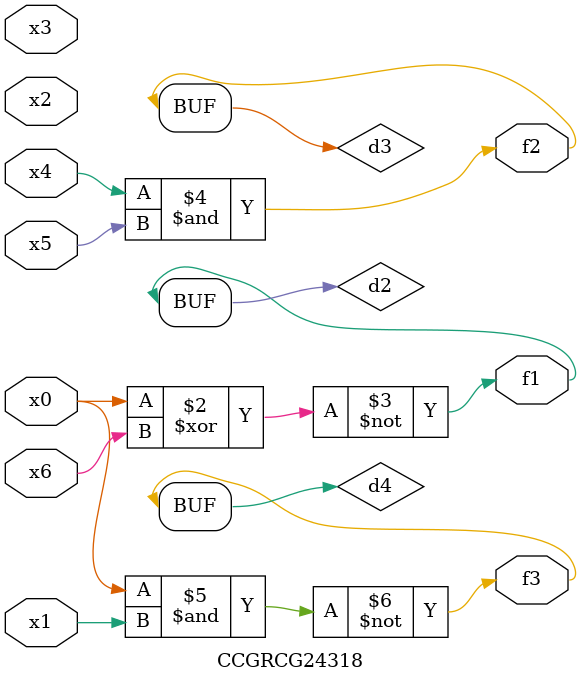
<source format=v>
module CCGRCG24318(
	input x0, x1, x2, x3, x4, x5, x6,
	output f1, f2, f3
);

	wire d1, d2, d3, d4;

	nor (d1, x0);
	xnor (d2, x0, x6);
	and (d3, x4, x5);
	nand (d4, x0, x1);
	assign f1 = d2;
	assign f2 = d3;
	assign f3 = d4;
endmodule

</source>
